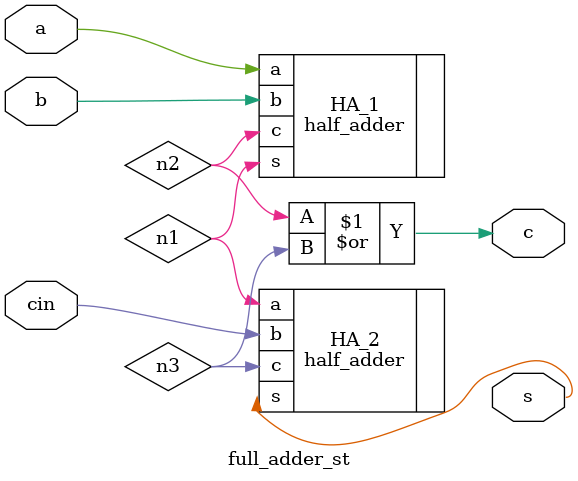
<source format=v>
module full_adder_st(s,c,a,b,cin);
input a, b, cin;
output s, c;
wire n1, n2, n3;

  half_adder HA_1(.a(a),.b(b),.s(n1),.c(n2));//It produces a "partial sum" (n1) and a "partial carry" (n2).//
  half_adder HA_2(.a(n1),.b(cin),.s(s),.c(n3));//It takes the partial sum (n1) and adds the incoming cin.//It also produces its own carry signal (n3).//
  or or_1(c,n2,n3);//If either the first addition produced a carry (n2) OR the second addition produced a carry (n3), the final carry-out c is set to 1.//

endmodule

</source>
